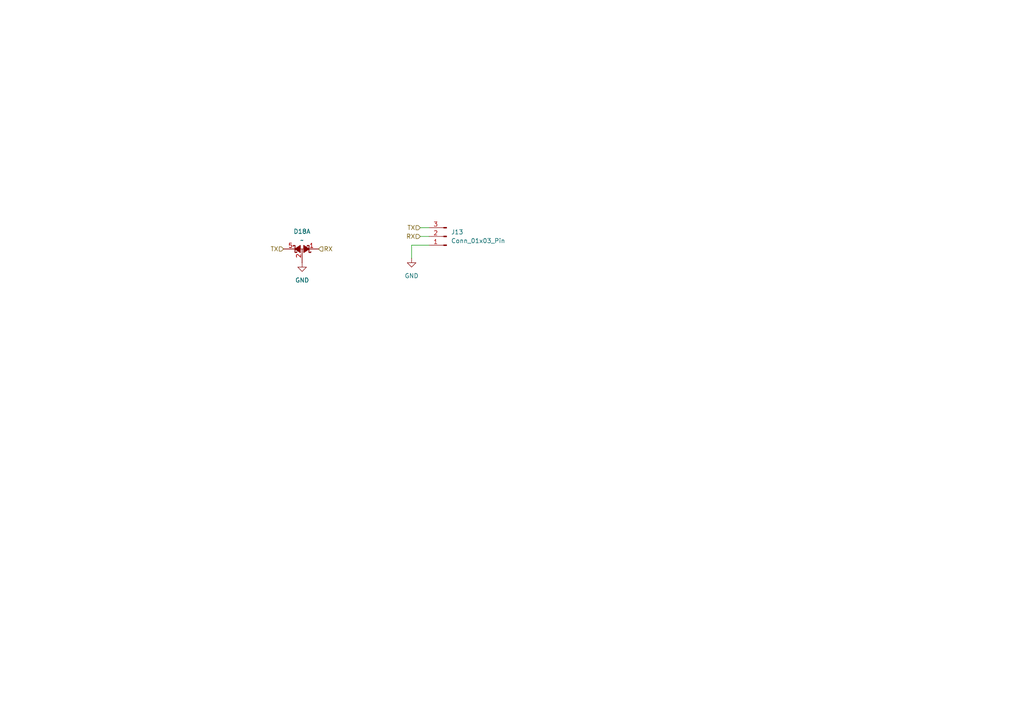
<source format=kicad_sch>
(kicad_sch (version 20231120) (generator "eeschema") (generator_version "8.0")
  (paper "A4")
  (lib_symbols
    (symbol "Connector:Conn_01x03_Pin" (pin_names (offset 1.016) hide)
      (property "Reference" "J" (at 0 5.08 0))
      (property "Value" "Conn_01x03_Pin" (at 0 -5.08 0))
      (symbol "Conn_01x03_Pin_1_1"
        (polyline (pts (xy 1.27 -2.54) (xy 0.8636 -2.54)) (stroke (width 0.1524)))
        (polyline (pts (xy 1.27 0) (xy 0.8636 0)) (stroke (width 0.1524)))
        (polyline (pts (xy 1.27 2.54) (xy 0.8636 2.54)) (stroke (width 0.1524)))
        (rectangle (start 0.8636 -2.413) (end 0 -2.667) (stroke (width 0.1524)) (fill (type outline)))
        (rectangle (start 0.8636 0.127) (end 0 -0.127) (stroke (width 0.1524)) (fill (type outline)))
        (rectangle (start 0.8636 2.667) (end 0 2.413) (stroke (width 0.1524)) (fill (type outline)))
        (pin passive line (at 5.08 2.54 180) (length 3.81) (name "Pin_1") (number "1"))
        (pin passive line (at 5.08 0 180) (length 3.81) (name "Pin_2") (number "2"))
        (pin passive line (at 5.08 -2.54 180) (length 3.81) (name "Pin_3") (number "3"))
      )
    )
    (symbol "iclr-hw:CPDV5-3V3UP"
      (property "Reference" "D" (at 0 -6.85 0))
      (symbol "CPDV5-3V3UP_0_1"
        (polyline (pts (xy 0 -17.002) (xy 0 -15.478)))
        (polyline (pts (xy 0 -16.24) (xy 0 -13.7)))
        (polyline (pts (xy 0 -12.938) (xy 0 -14.462)))
        (polyline (pts (xy -1.016 -14.462) (xy 0 -12.938) (xy 1.016 -14.462) (xy -1.016 -14.462)) (stroke (width 0.254)) (fill (type outline)))
        (polyline (pts (xy 1.016 -15.478) (xy 0 -17.002) (xy -1.016 -15.478) (xy 1.016 -15.478)) (stroke (width 0.254)) (fill (type outline)))
        (polyline (pts (xy -0.762 -17.51) (xy -1.016 -17.51) (xy -1.016 -17.002) (xy 1.016 -17.002) (xy 1.016 -16.494) (xy 0.762 -16.494)) (stroke (width 0.254)))
        (polyline (pts (xy 0.762 -12.43) (xy 1.016 -12.43) (xy 1.016 -12.938) (xy -1.016 -12.938) (xy -1.016 -13.446) (xy -0.762 -13.446)) (stroke (width 0.254)))
      )
      (symbol "CPDV5-3V3UP_1_1"
        (pin passive line (at 0 -10.16 270) (length 4) (name "") (number "1"))
        (pin passive line (at 3.985 -14.9344 180) (length 4) (name "") (number "2"))
        (pin passive line (at 0 -20.32 90) (length 4) (name "") (number "5"))
      )
      (symbol "CPDV5-3V3UP_2_1"
        (pin passive line (at 4.1083 -14.9652 180) (length 4) (name "") (number "2"))
        (pin passive line (at 0 -20.32 90) (length 4) (name "") (number "3"))
        (pin passive line (at 0 -10.16 270) (length 4) (name "") (number "4"))
      )
    )
    (symbol "power:GND" (power) (pin_numbers hide) (pin_names (offset 0) hide)
      (property "Value" "GND" (at 0 -3.81 0))
      (symbol "GND_0_1"
        (polyline (pts (xy 0 0) (xy 0 -1.27) (xy 1.27 -1.27) (xy 0 -2.54) (xy -1.27 -1.27) (xy 0 -1.27)))
      )
      (symbol "GND_1_1"
        (pin power_in line (at 0 0 270) (length 0) (name "~") (number "1"))
      )
    )
  )
  (wire (pts (xy 121.92 68.58) (xy 124.46 68.58)))
  (wire (pts (xy 119.38 71.12) (xy 119.38 74.93)))
  (wire (pts (xy 124.46 71.12) (xy 119.38 71.12)))
  (wire (pts (xy 121.92 66.04) (xy 124.46 66.04)))
  (hierarchical_label "TX" (shape input) (at 121.92 66.04 180))
  (hierarchical_label "RX" (shape input) (at 92.4044 72.215 0))
  (hierarchical_label "TX" (shape input) (at 82.2444 72.215 180))
  (hierarchical_label "RX" (shape input) (at 121.92 68.58 180))
  (symbol (lib_id "power:GND") (at 119.38 74.93 0) (unit 1)
    (property "Reference" "#PWR011" (effects (hide yes)))
    (property "Value" "GND" (at 119.38 80.01 0))
    (property "Description" "Power symbol creates a global label with name \"GND\" , ground" (effects (hide yes)))
  )
  (symbol (lib_id "power:GND") (at 87.63 76.2 0) (unit 1)
    (property "Reference" "#PWR0106" (effects (hide yes)))
    (property "Value" "GND" (at 87.63 81.28 0))
    (property "Description" "Power symbol creates a global label with name \"GND\" , ground" (effects (hide yes)))
  )
  (symbol (lib_id "iclr-hw:CPDV5-3V3UP") (at 102.5644 72.215 270) (unit 1)
    (property "Reference" "D18" (at 87.5944 67.135 90))
    (property "Value" "~" (at 87.5944 69.675 90))
    (property "Footprint" "Package_TO_SOT_SMD:SOT-353_SC-70-5" (effects (hide yes)))
    (property "Datasheet" "https://www.mouser.co.uk/datasheet/2/80/CPDV5_3V3UP_HF_RevB181493-2505215.pdf" (effects (hide yes)))
    (property "Description" "2 channel double backed zener TVS diode" (effects (hide yes)))
  )
  (symbol (lib_id "Connector:Conn_01x03_Pin") (at 129.54 68.58 180) (unit 1)
    (property "Reference" "J13" (at 130.81 67.3099 0) (effects (justify right)))
    (property "Value" "Conn_01x03_Pin" (at 130.81 69.8499 0) (effects (justify right)))
    (property "Footprint" "Connector_Molex:Molex_Nano-Fit_105313-xx03_1x03_P2.50mm_Horizontal" (effects (hide yes)))
    (property "Description" "Generic connector, single row, 01x03, script generated" (effects (hide yes)))
  )
)
</source>
